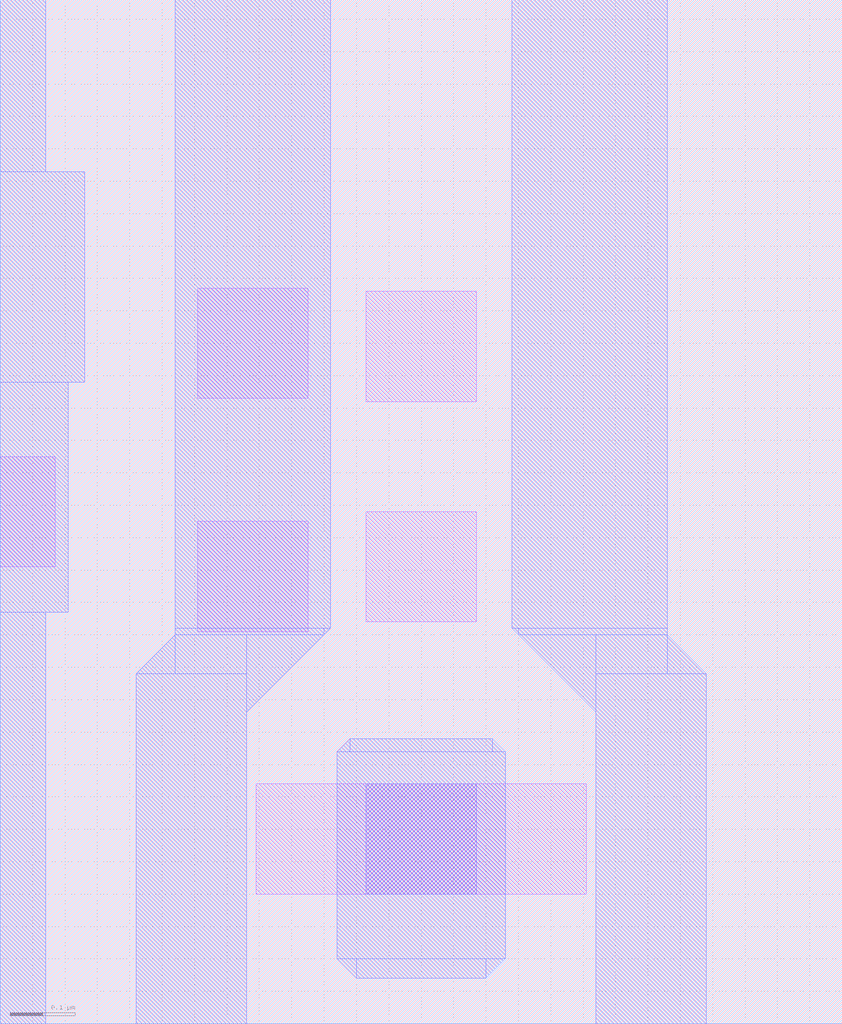
<source format=lef>
# Copyright 2020 The SkyWater PDK Authors
#
# Licensed under the Apache License, Version 2.0 (the "License");
# you may not use this file except in compliance with the License.
# You may obtain a copy of the License at
#
#     https://www.apache.org/licenses/LICENSE-2.0
#
# Unless required by applicable law or agreed to in writing, software
# distributed under the License is distributed on an "AS IS" BASIS,
# WITHOUT WARRANTIES OR CONDITIONS OF ANY KIND, either express or implied.
# See the License for the specific language governing permissions and
# limitations under the License.
#
# SPDX-License-Identifier: Apache-2.0

VERSION 5.7 ;
  NOWIREEXTENSIONATPIN ON ;
  DIVIDERCHAR "/" ;
  BUSBITCHARS "[]" ;
MACRO sky130_fd_bd_sram__sram_sp_rowend_ce
  CLASS BLOCK ;
  FOREIGN sky130_fd_bd_sram__sram_sp_rowend_ce ;
  ORIGIN  0.000000  0.000000 ;
  SIZE  1.300000 BY  1.580000 ;
  OBS
    LAYER li1 ;
      RECT 0.000000 0.705000 0.085000 0.875000 ;
      RECT 0.305000 0.605000 0.475000 0.775000 ;
      RECT 0.305000 0.965000 0.475000 1.135000 ;
      RECT 0.395000 0.200000 0.905000 0.370000 ;
      RECT 0.565000 0.620000 0.735000 0.790000 ;
      RECT 0.565000 0.960000 0.735000 1.130000 ;
    LAYER mcon ;
      RECT 0.565000 0.200000 0.735000 0.370000 ;
    LAYER met1 ;
      POLYGON 0.270000 0.600000 0.270000 0.540000 0.210000 0.540000 ;
      POLYGON 0.380000 0.600000 0.500000 0.600000 0.380000 0.480000 ;
      POLYGON 0.500000 0.610000 0.510000 0.610000 0.500000 0.600000 ;
      POLYGON 0.520000 0.100000 0.550000 0.100000 0.550000 0.070000 ;
      POLYGON 0.540000 0.440000 0.540000 0.420000 0.520000 0.420000 ;
      POLYGON 0.750000 0.100000 0.780000 0.100000 0.750000 0.070000 ;
      POLYGON 0.760000 0.440000 0.780000 0.420000 0.760000 0.420000 ;
      POLYGON 0.790000 0.610000 0.800000 0.610000 0.800000 0.600000 ;
      POLYGON 0.800000 0.600000 0.920000 0.600000 0.920000 0.480000 ;
      POLYGON 1.030000 0.600000 1.090000 0.540000 1.030000 0.540000 ;
      RECT 0.000000 0.000000 0.070000 0.635000 ;
      RECT 0.000000 0.635000 0.105000 0.990000 ;
      RECT 0.000000 0.990000 0.130000 1.315000 ;
      RECT 0.000000 1.315000 0.070000 1.580000 ;
      RECT 0.210000 0.000000 0.380000 0.540000 ;
      RECT 0.270000 0.540000 0.380000 0.600000 ;
      RECT 0.270000 0.600000 0.500000 0.610000 ;
      RECT 0.270000 0.610000 0.510000 1.580000 ;
      RECT 0.520000 0.100000 0.780000 0.420000 ;
      RECT 0.540000 0.420000 0.760000 0.440000 ;
      RECT 0.550000 0.070000 0.750000 0.100000 ;
      RECT 0.790000 0.610000 1.030000 1.580000 ;
      RECT 0.800000 0.600000 1.030000 0.610000 ;
      RECT 0.920000 0.000000 1.090000 0.540000 ;
      RECT 0.920000 0.540000 1.030000 0.600000 ;
    LAYER nwell ;
      RECT 0.000000 0.000000 1.300000 1.580000 ;
  END
END sky130_fd_bd_sram__sram_sp_rowend_ce
END LIBRARY

</source>
